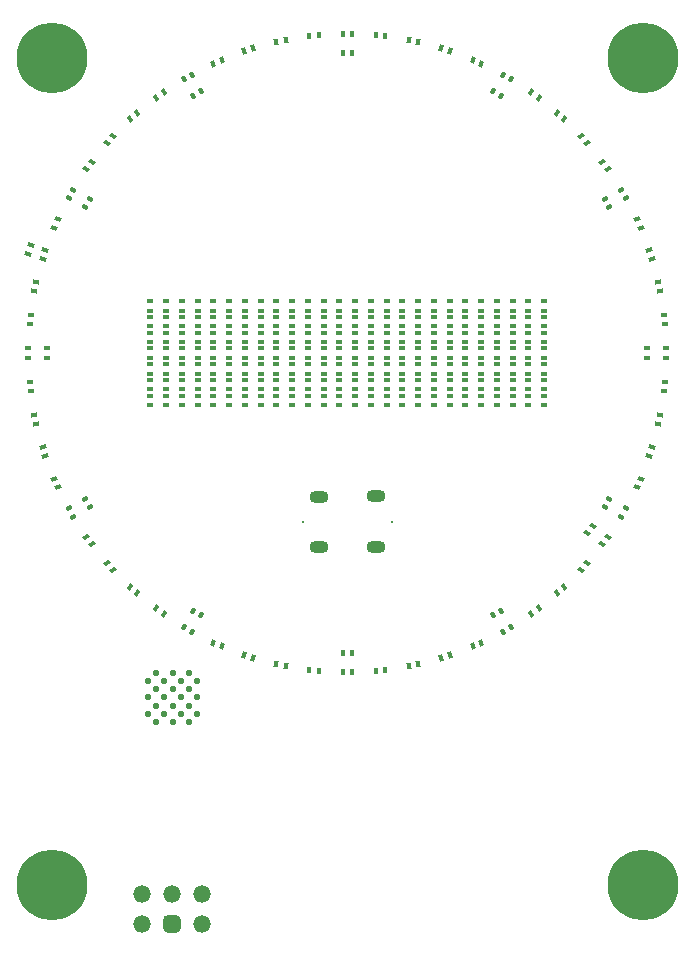
<source format=gbr>
%TF.GenerationSoftware,Altium Limited,Altium Designer,25.4.2 (15)*%
G04 Layer_Color=255*
%FSLAX45Y45*%
%MOMM*%
%TF.SameCoordinates,81630B90-A891-4B4D-9F54-97E9C8775566*%
%TF.FilePolarity,Positive*%
%TF.FileFunction,Pads,Top*%
%TF.Part,Single*%
G01*
G75*
%TA.AperFunction,SMDPad,CuDef*%
G04:AMPARAMS|DCode=12|XSize=0.35mm|YSize=0.55mm|CornerRadius=0.0175mm|HoleSize=0mm|Usage=FLASHONLY|Rotation=42.000|XOffset=0mm|YOffset=0mm|HoleType=Round|Shape=RoundedRectangle|*
%AMROUNDEDRECTD12*
21,1,0.35000,0.51500,0,0,42.0*
21,1,0.31500,0.55000,0,0,42.0*
1,1,0.03500,0.28935,-0.08597*
1,1,0.03500,0.05526,-0.29675*
1,1,0.03500,-0.28935,0.08597*
1,1,0.03500,-0.05526,0.29675*
%
%ADD12ROUNDEDRECTD12*%
G04:AMPARAMS|DCode=13|XSize=0.35mm|YSize=0.55mm|CornerRadius=0.0175mm|HoleSize=0mm|Usage=FLASHONLY|Rotation=48.000|XOffset=0mm|YOffset=0mm|HoleType=Round|Shape=RoundedRectangle|*
%AMROUNDEDRECTD13*
21,1,0.35000,0.51500,0,0,48.0*
21,1,0.31500,0.55000,0,0,48.0*
1,1,0.03500,0.29675,-0.05526*
1,1,0.03500,0.08597,-0.28935*
1,1,0.03500,-0.29675,0.05526*
1,1,0.03500,-0.08597,0.28935*
%
%ADD13ROUNDEDRECTD13*%
G04:AMPARAMS|DCode=14|XSize=0.35mm|YSize=0.55mm|CornerRadius=0.0175mm|HoleSize=0mm|Usage=FLASHONLY|Rotation=126.000|XOffset=0mm|YOffset=0mm|HoleType=Round|Shape=RoundedRectangle|*
%AMROUNDEDRECTD14*
21,1,0.35000,0.51500,0,0,126.0*
21,1,0.31500,0.55000,0,0,126.0*
1,1,0.03500,0.11575,0.27878*
1,1,0.03500,0.30090,0.02393*
1,1,0.03500,-0.11575,-0.27878*
1,1,0.03500,-0.30090,-0.02393*
%
%ADD14ROUNDEDRECTD14*%
G04:AMPARAMS|DCode=15|XSize=0.35mm|YSize=0.55mm|CornerRadius=0.0175mm|HoleSize=0mm|Usage=FLASHONLY|Rotation=132.000|XOffset=0mm|YOffset=0mm|HoleType=Round|Shape=RoundedRectangle|*
%AMROUNDEDRECTD15*
21,1,0.35000,0.51500,0,0,132.0*
21,1,0.31500,0.55000,0,0,132.0*
1,1,0.03500,0.08597,0.28935*
1,1,0.03500,0.29675,0.05526*
1,1,0.03500,-0.08597,-0.28935*
1,1,0.03500,-0.29675,-0.05526*
%
%ADD15ROUNDEDRECTD15*%
G04:AMPARAMS|DCode=16|XSize=0.35mm|YSize=0.55mm|CornerRadius=0.0175mm|HoleSize=0mm|Usage=FLASHONLY|Rotation=138.000|XOffset=0mm|YOffset=0mm|HoleType=Round|Shape=RoundedRectangle|*
%AMROUNDEDRECTD16*
21,1,0.35000,0.51500,0,0,138.0*
21,1,0.31500,0.55000,0,0,138.0*
1,1,0.03500,0.05526,0.29675*
1,1,0.03500,0.28935,0.08597*
1,1,0.03500,-0.05526,-0.29675*
1,1,0.03500,-0.28935,-0.08597*
%
%ADD16ROUNDEDRECTD16*%
G04:AMPARAMS|DCode=17|XSize=0.35mm|YSize=0.55mm|CornerRadius=0.0175mm|HoleSize=0mm|Usage=FLASHONLY|Rotation=270.000|XOffset=0mm|YOffset=0mm|HoleType=Round|Shape=RoundedRectangle|*
%AMROUNDEDRECTD17*
21,1,0.35000,0.51500,0,0,270.0*
21,1,0.31500,0.55000,0,0,270.0*
1,1,0.03500,-0.25750,-0.15750*
1,1,0.03500,-0.25750,0.15750*
1,1,0.03500,0.25750,0.15750*
1,1,0.03500,0.25750,-0.15750*
%
%ADD17ROUNDEDRECTD17*%
G04:AMPARAMS|DCode=18|XSize=0.35mm|YSize=0.55mm|CornerRadius=0.0175mm|HoleSize=0mm|Usage=FLASHONLY|Rotation=342.000|XOffset=0mm|YOffset=0mm|HoleType=Round|Shape=RoundedRectangle|*
%AMROUNDEDRECTD18*
21,1,0.35000,0.51500,0,0,342.0*
21,1,0.31500,0.55000,0,0,342.0*
1,1,0.03500,0.07022,-0.29357*
1,1,0.03500,-0.22936,-0.19623*
1,1,0.03500,-0.07022,0.29357*
1,1,0.03500,0.22936,0.19623*
%
%ADD18ROUNDEDRECTD18*%
G04:AMPARAMS|DCode=19|XSize=0.35mm|YSize=0.55mm|CornerRadius=0.0175mm|HoleSize=0mm|Usage=FLASHONLY|Rotation=150.000|XOffset=0mm|YOffset=0mm|HoleType=Round|Shape=RoundedRectangle|*
%AMROUNDEDRECTD19*
21,1,0.35000,0.51500,0,0,150.0*
21,1,0.31500,0.55000,0,0,150.0*
1,1,0.03500,-0.00765,0.30175*
1,1,0.03500,0.26515,0.14425*
1,1,0.03500,0.00765,-0.30175*
1,1,0.03500,-0.26515,-0.14425*
%
%ADD19ROUNDEDRECTD19*%
G04:AMPARAMS|DCode=20|XSize=0.35mm|YSize=0.55mm|CornerRadius=0.0175mm|HoleSize=0mm|Usage=FLASHONLY|Rotation=234.000|XOffset=0mm|YOffset=0mm|HoleType=Round|Shape=RoundedRectangle|*
%AMROUNDEDRECTD20*
21,1,0.35000,0.51500,0,0,234.0*
21,1,0.31500,0.55000,0,0,234.0*
1,1,0.03500,-0.30090,0.02393*
1,1,0.03500,-0.11575,0.27878*
1,1,0.03500,0.30090,-0.02393*
1,1,0.03500,0.11575,-0.27878*
%
%ADD20ROUNDEDRECTD20*%
G04:AMPARAMS|DCode=21|XSize=0.35mm|YSize=0.55mm|CornerRadius=0.0175mm|HoleSize=0mm|Usage=FLASHONLY|Rotation=240.000|XOffset=0mm|YOffset=0mm|HoleType=Round|Shape=RoundedRectangle|*
%AMROUNDEDRECTD21*
21,1,0.35000,0.51500,0,0,240.0*
21,1,0.31500,0.55000,0,0,240.0*
1,1,0.03500,-0.30175,-0.00765*
1,1,0.03500,-0.14425,0.26515*
1,1,0.03500,0.30175,0.00765*
1,1,0.03500,0.14425,-0.26515*
%
%ADD21ROUNDEDRECTD21*%
G04:AMPARAMS|DCode=22|XSize=0.35mm|YSize=0.55mm|CornerRadius=0.0175mm|HoleSize=0mm|Usage=FLASHONLY|Rotation=246.000|XOffset=0mm|YOffset=0mm|HoleType=Round|Shape=RoundedRectangle|*
%AMROUNDEDRECTD22*
21,1,0.35000,0.51500,0,0,246.0*
21,1,0.31500,0.55000,0,0,246.0*
1,1,0.03500,-0.29930,-0.03915*
1,1,0.03500,-0.17118,0.24862*
1,1,0.03500,0.29930,0.03915*
1,1,0.03500,0.17118,-0.24862*
%
%ADD22ROUNDEDRECTD22*%
G04:AMPARAMS|DCode=23|XSize=0.35mm|YSize=0.55mm|CornerRadius=0.0175mm|HoleSize=0mm|Usage=FLASHONLY|Rotation=120.000|XOffset=0mm|YOffset=0mm|HoleType=Round|Shape=RoundedRectangle|*
%AMROUNDEDRECTD23*
21,1,0.35000,0.51500,0,0,120.0*
21,1,0.31500,0.55000,0,0,120.0*
1,1,0.03500,0.14425,0.26515*
1,1,0.03500,0.30175,-0.00765*
1,1,0.03500,-0.14425,-0.26515*
1,1,0.03500,-0.30175,0.00765*
%
%ADD23ROUNDEDRECTD23*%
G04:AMPARAMS|DCode=24|XSize=0.35mm|YSize=0.55mm|CornerRadius=0.0175mm|HoleSize=0mm|Usage=FLASHONLY|Rotation=114.000|XOffset=0mm|YOffset=0mm|HoleType=Round|Shape=RoundedRectangle|*
%AMROUNDEDRECTD24*
21,1,0.35000,0.51500,0,0,114.0*
21,1,0.31500,0.55000,0,0,114.0*
1,1,0.03500,0.17118,0.24862*
1,1,0.03500,0.29930,-0.03915*
1,1,0.03500,-0.17118,-0.24862*
1,1,0.03500,-0.29930,0.03915*
%
%ADD24ROUNDEDRECTD24*%
G04:AMPARAMS|DCode=25|XSize=0.35mm|YSize=0.55mm|CornerRadius=0.0175mm|HoleSize=0mm|Usage=FLASHONLY|Rotation=120.000|XOffset=0mm|YOffset=0mm|HoleType=Round|Shape=RoundedRectangle|*
%AMROUNDEDRECTD25*
21,1,0.35000,0.51500,0,0,120.0*
21,1,0.31500,0.55000,0,0,120.0*
1,1,0.03500,0.14425,0.26515*
1,1,0.03500,0.30175,-0.00765*
1,1,0.03500,-0.14425,-0.26515*
1,1,0.03500,-0.30175,0.00765*
%
%ADD25ROUNDEDRECTD25*%
G04:AMPARAMS|DCode=26|XSize=0.35mm|YSize=0.55mm|CornerRadius=0.0175mm|HoleSize=0mm|Usage=FLASHONLY|Rotation=252.000|XOffset=0mm|YOffset=0mm|HoleType=Round|Shape=RoundedRectangle|*
%AMROUNDEDRECTD26*
21,1,0.35000,0.51500,0,0,252.0*
21,1,0.31500,0.55000,0,0,252.0*
1,1,0.03500,-0.29357,-0.07022*
1,1,0.03500,-0.19623,0.22936*
1,1,0.03500,0.29357,0.07022*
1,1,0.03500,0.19623,-0.22936*
%
%ADD26ROUNDEDRECTD26*%
G04:AMPARAMS|DCode=27|XSize=0.35mm|YSize=0.55mm|CornerRadius=0.0175mm|HoleSize=0mm|Usage=FLASHONLY|Rotation=252.000|XOffset=0mm|YOffset=0mm|HoleType=Round|Shape=RoundedRectangle|*
%AMROUNDEDRECTD27*
21,1,0.35000,0.51500,0,0,252.0*
21,1,0.31500,0.55000,0,0,252.0*
1,1,0.03500,-0.29357,-0.07022*
1,1,0.03500,-0.19623,0.22936*
1,1,0.03500,0.29357,0.07022*
1,1,0.03500,0.19623,-0.22936*
%
%ADD27ROUNDEDRECTD27*%
G04:AMPARAMS|DCode=28|XSize=0.35mm|YSize=0.55mm|CornerRadius=0.0175mm|HoleSize=0mm|Usage=FLASHONLY|Rotation=258.000|XOffset=0mm|YOffset=0mm|HoleType=Round|Shape=RoundedRectangle|*
%AMROUNDEDRECTD28*
21,1,0.35000,0.51500,0,0,258.0*
21,1,0.31500,0.55000,0,0,258.0*
1,1,0.03500,-0.28462,-0.10052*
1,1,0.03500,-0.21913,0.20760*
1,1,0.03500,0.28462,0.10052*
1,1,0.03500,0.21913,-0.20760*
%
%ADD28ROUNDEDRECTD28*%
G04:AMPARAMS|DCode=29|XSize=0.35mm|YSize=0.55mm|CornerRadius=0.0175mm|HoleSize=0mm|Usage=FLASHONLY|Rotation=108.000|XOffset=0mm|YOffset=0mm|HoleType=Round|Shape=RoundedRectangle|*
%AMROUNDEDRECTD29*
21,1,0.35000,0.51500,0,0,108.0*
21,1,0.31500,0.55000,0,0,108.0*
1,1,0.03500,0.19623,0.22936*
1,1,0.03500,0.29357,-0.07022*
1,1,0.03500,-0.19623,-0.22936*
1,1,0.03500,-0.29357,0.07022*
%
%ADD29ROUNDEDRECTD29*%
G04:AMPARAMS|DCode=30|XSize=0.35mm|YSize=0.55mm|CornerRadius=0.0175mm|HoleSize=0mm|Usage=FLASHONLY|Rotation=96.000|XOffset=0mm|YOffset=0mm|HoleType=Round|Shape=RoundedRectangle|*
%AMROUNDEDRECTD30*
21,1,0.35000,0.51500,0,0,96.0*
21,1,0.31500,0.55000,0,0,96.0*
1,1,0.03500,0.23963,0.18355*
1,1,0.03500,0.27255,-0.12972*
1,1,0.03500,-0.23963,-0.18355*
1,1,0.03500,-0.27255,0.12972*
%
%ADD30ROUNDEDRECTD30*%
G04:AMPARAMS|DCode=31|XSize=0.35mm|YSize=0.55mm|CornerRadius=0.0175mm|HoleSize=0mm|Usage=FLASHONLY|Rotation=102.000|XOffset=0mm|YOffset=0mm|HoleType=Round|Shape=RoundedRectangle|*
%AMROUNDEDRECTD31*
21,1,0.35000,0.51500,0,0,102.0*
21,1,0.31500,0.55000,0,0,102.0*
1,1,0.03500,0.21913,0.20760*
1,1,0.03500,0.28462,-0.10052*
1,1,0.03500,-0.21913,-0.20760*
1,1,0.03500,-0.28462,0.10052*
%
%ADD31ROUNDEDRECTD31*%
G04:AMPARAMS|DCode=32|XSize=0.35mm|YSize=0.55mm|CornerRadius=0.0175mm|HoleSize=0mm|Usage=FLASHONLY|Rotation=264.000|XOffset=0mm|YOffset=0mm|HoleType=Round|Shape=RoundedRectangle|*
%AMROUNDEDRECTD32*
21,1,0.35000,0.51500,0,0,264.0*
21,1,0.31500,0.55000,0,0,264.0*
1,1,0.03500,-0.27255,-0.12972*
1,1,0.03500,-0.23963,0.18355*
1,1,0.03500,0.27255,0.12972*
1,1,0.03500,0.23963,-0.18355*
%
%ADD32ROUNDEDRECTD32*%
G04:AMPARAMS|DCode=33|XSize=0.35mm|YSize=0.55mm|CornerRadius=0.0175mm|HoleSize=0mm|Usage=FLASHONLY|Rotation=36.000|XOffset=0mm|YOffset=0mm|HoleType=Round|Shape=RoundedRectangle|*
%AMROUNDEDRECTD33*
21,1,0.35000,0.51500,0,0,36.0*
21,1,0.31500,0.55000,0,0,36.0*
1,1,0.03500,0.27878,-0.11575*
1,1,0.03500,0.02393,-0.30090*
1,1,0.03500,-0.27878,0.11575*
1,1,0.03500,-0.02393,0.30090*
%
%ADD33ROUNDEDRECTD33*%
G04:AMPARAMS|DCode=34|XSize=0.35mm|YSize=0.55mm|CornerRadius=0.0175mm|HoleSize=0mm|Usage=FLASHONLY|Rotation=30.000|XOffset=0mm|YOffset=0mm|HoleType=Round|Shape=RoundedRectangle|*
%AMROUNDEDRECTD34*
21,1,0.35000,0.51500,0,0,30.0*
21,1,0.31500,0.55000,0,0,30.0*
1,1,0.03500,0.26515,-0.14425*
1,1,0.03500,-0.00765,-0.30175*
1,1,0.03500,-0.26515,0.14425*
1,1,0.03500,0.00765,0.30175*
%
%ADD34ROUNDEDRECTD34*%
G04:AMPARAMS|DCode=35|XSize=0.35mm|YSize=0.55mm|CornerRadius=0.0175mm|HoleSize=0mm|Usage=FLASHONLY|Rotation=24.000|XOffset=0mm|YOffset=0mm|HoleType=Round|Shape=RoundedRectangle|*
%AMROUNDEDRECTD35*
21,1,0.35000,0.51500,0,0,24.0*
21,1,0.31500,0.55000,0,0,24.0*
1,1,0.03500,0.24862,-0.17118*
1,1,0.03500,-0.03915,-0.29930*
1,1,0.03500,-0.24862,0.17118*
1,1,0.03500,0.03915,0.29930*
%
%ADD35ROUNDEDRECTD35*%
G04:AMPARAMS|DCode=36|XSize=0.35mm|YSize=0.55mm|CornerRadius=0.0175mm|HoleSize=0mm|Usage=FLASHONLY|Rotation=18.000|XOffset=0mm|YOffset=0mm|HoleType=Round|Shape=RoundedRectangle|*
%AMROUNDEDRECTD36*
21,1,0.35000,0.51500,0,0,18.0*
21,1,0.31500,0.55000,0,0,18.0*
1,1,0.03500,0.22936,-0.19623*
1,1,0.03500,-0.07022,-0.29357*
1,1,0.03500,-0.22936,0.19623*
1,1,0.03500,0.07022,0.29357*
%
%ADD36ROUNDEDRECTD36*%
G04:AMPARAMS|DCode=37|XSize=0.35mm|YSize=0.55mm|CornerRadius=0.0175mm|HoleSize=0mm|Usage=FLASHONLY|Rotation=12.000|XOffset=0mm|YOffset=0mm|HoleType=Round|Shape=RoundedRectangle|*
%AMROUNDEDRECTD37*
21,1,0.35000,0.51500,0,0,12.0*
21,1,0.31500,0.55000,0,0,12.0*
1,1,0.03500,0.20760,-0.21913*
1,1,0.03500,-0.10052,-0.28462*
1,1,0.03500,-0.20760,0.21913*
1,1,0.03500,0.10052,0.28462*
%
%ADD37ROUNDEDRECTD37*%
G04:AMPARAMS|DCode=38|XSize=0.35mm|YSize=0.55mm|CornerRadius=0.0175mm|HoleSize=0mm|Usage=FLASHONLY|Rotation=6.000|XOffset=0mm|YOffset=0mm|HoleType=Round|Shape=RoundedRectangle|*
%AMROUNDEDRECTD38*
21,1,0.35000,0.51500,0,0,6.0*
21,1,0.31500,0.55000,0,0,6.0*
1,1,0.03500,0.18355,-0.23963*
1,1,0.03500,-0.12972,-0.27255*
1,1,0.03500,-0.18355,0.23963*
1,1,0.03500,0.12972,0.27255*
%
%ADD38ROUNDEDRECTD38*%
G04:AMPARAMS|DCode=39|XSize=0.35mm|YSize=0.55mm|CornerRadius=0.0175mm|HoleSize=0mm|Usage=FLASHONLY|Rotation=0.000|XOffset=0mm|YOffset=0mm|HoleType=Round|Shape=RoundedRectangle|*
%AMROUNDEDRECTD39*
21,1,0.35000,0.51500,0,0,0.0*
21,1,0.31500,0.55000,0,0,0.0*
1,1,0.03500,0.15750,-0.25750*
1,1,0.03500,-0.15750,-0.25750*
1,1,0.03500,-0.15750,0.25750*
1,1,0.03500,0.15750,0.25750*
%
%ADD39ROUNDEDRECTD39*%
G04:AMPARAMS|DCode=40|XSize=0.35mm|YSize=0.55mm|CornerRadius=0.0175mm|HoleSize=0mm|Usage=FLASHONLY|Rotation=354.000|XOffset=0mm|YOffset=0mm|HoleType=Round|Shape=RoundedRectangle|*
%AMROUNDEDRECTD40*
21,1,0.35000,0.51500,0,0,354.0*
21,1,0.31500,0.55000,0,0,354.0*
1,1,0.03500,0.12972,-0.27255*
1,1,0.03500,-0.18355,-0.23963*
1,1,0.03500,-0.12972,0.27255*
1,1,0.03500,0.18355,0.23963*
%
%ADD40ROUNDEDRECTD40*%
G04:AMPARAMS|DCode=41|XSize=0.35mm|YSize=0.55mm|CornerRadius=0.0175mm|HoleSize=0mm|Usage=FLASHONLY|Rotation=348.000|XOffset=0mm|YOffset=0mm|HoleType=Round|Shape=RoundedRectangle|*
%AMROUNDEDRECTD41*
21,1,0.35000,0.51500,0,0,348.0*
21,1,0.31500,0.55000,0,0,348.0*
1,1,0.03500,0.10052,-0.28462*
1,1,0.03500,-0.20760,-0.21913*
1,1,0.03500,-0.10052,0.28462*
1,1,0.03500,0.20760,0.21913*
%
%ADD41ROUNDEDRECTD41*%
G04:AMPARAMS|DCode=42|XSize=0.35mm|YSize=0.55mm|CornerRadius=0.0175mm|HoleSize=0mm|Usage=FLASHONLY|Rotation=336.000|XOffset=0mm|YOffset=0mm|HoleType=Round|Shape=RoundedRectangle|*
%AMROUNDEDRECTD42*
21,1,0.35000,0.51500,0,0,336.0*
21,1,0.31500,0.55000,0,0,336.0*
1,1,0.03500,0.03915,-0.29930*
1,1,0.03500,-0.24862,-0.17118*
1,1,0.03500,-0.03915,0.29930*
1,1,0.03500,0.24862,0.17118*
%
%ADD42ROUNDEDRECTD42*%
G04:AMPARAMS|DCode=43|XSize=0.35mm|YSize=0.55mm|CornerRadius=0.0175mm|HoleSize=0mm|Usage=FLASHONLY|Rotation=324.000|XOffset=0mm|YOffset=0mm|HoleType=Round|Shape=RoundedRectangle|*
%AMROUNDEDRECTD43*
21,1,0.35000,0.51500,0,0,324.0*
21,1,0.31500,0.55000,0,0,324.0*
1,1,0.03500,-0.02393,-0.30090*
1,1,0.03500,-0.27878,-0.11575*
1,1,0.03500,0.02393,0.30090*
1,1,0.03500,0.27878,0.11575*
%
%ADD43ROUNDEDRECTD43*%
G04:AMPARAMS|DCode=44|XSize=0.35mm|YSize=0.55mm|CornerRadius=0.0175mm|HoleSize=0mm|Usage=FLASHONLY|Rotation=150.000|XOffset=0mm|YOffset=0mm|HoleType=Round|Shape=RoundedRectangle|*
%AMROUNDEDRECTD44*
21,1,0.35000,0.51500,0,0,150.0*
21,1,0.31500,0.55000,0,0,150.0*
1,1,0.03500,-0.00765,0.30175*
1,1,0.03500,0.26515,0.14425*
1,1,0.03500,0.00765,-0.30175*
1,1,0.03500,-0.26515,-0.14425*
%
%ADD44ROUNDEDRECTD44*%
%TA.AperFunction,ComponentPad*%
%ADD49C,0.56000*%
G04:AMPARAMS|DCode=50|XSize=1.5mm|YSize=1.45mm|CornerRadius=0.3625mm|HoleSize=0mm|Usage=FLASHONLY|Rotation=180.000|XOffset=0mm|YOffset=0mm|HoleType=Round|Shape=RoundedRectangle|*
%AMROUNDEDRECTD50*
21,1,1.50000,0.72500,0,0,180.0*
21,1,0.77500,1.45000,0,0,180.0*
1,1,0.72500,-0.38750,0.36250*
1,1,0.72500,0.38750,0.36250*
1,1,0.72500,0.38750,-0.36250*
1,1,0.72500,-0.38750,-0.36250*
%
%ADD50ROUNDEDRECTD50*%
%ADD51O,1.50000X1.45000*%
%ADD52O,1.60000X1.10000*%
%ADD53C,0.32500*%
%TA.AperFunction,WasherPad*%
%ADD54C,6.00000*%
D12*
X4776927Y2966744D02*
D03*
X4836378Y3020274D02*
D03*
X1163622Y6979725D02*
D03*
X1223073Y7033256D02*
D03*
D13*
X4979726Y3163622D02*
D03*
X5033256Y3223073D02*
D03*
X966744Y6776927D02*
D03*
X1020275Y6836378D02*
D03*
D14*
X5160834Y6619380D02*
D03*
X839166Y3380620D02*
D03*
X5207857Y6554659D02*
D03*
X792143Y3445340D02*
D03*
D15*
X4979726Y6836378D02*
D03*
X1020274Y3163622D02*
D03*
X966744Y3223073D02*
D03*
X5033256Y6776927D02*
D03*
D16*
X4776927Y7033256D02*
D03*
X1223073Y2966744D02*
D03*
X1163622Y3020274D02*
D03*
X4836378Y6979726D02*
D03*
D17*
X4666626Y5359990D02*
D03*
X4533296D02*
D03*
X4399966D02*
D03*
X4133306D02*
D03*
X3999977D02*
D03*
X4266636D02*
D03*
X3866647D02*
D03*
X3733317D02*
D03*
X3466657D02*
D03*
X3599987D02*
D03*
X3199997D02*
D03*
X3066667D02*
D03*
X3333327D02*
D03*
X3599986Y4640010D02*
D03*
X1866697D02*
D03*
X3599986Y4773340D02*
D03*
X1866697D02*
D03*
X3599986Y4906670D02*
D03*
X1866697D02*
D03*
X3599986Y5040000D02*
D03*
X1866697D02*
D03*
X3599987Y5173330D02*
D03*
X1866697D02*
D03*
X3599987Y5306660D02*
D03*
X1866697Y5306700D02*
D03*
X3599987Y5439990D02*
D03*
X1866697D02*
D03*
X2933337Y5359990D02*
D03*
X2800007D02*
D03*
X2666677D02*
D03*
X2533347D02*
D03*
X2400017D02*
D03*
X2266687D02*
D03*
X2133357D02*
D03*
X2000027D02*
D03*
X1866697D02*
D03*
X1733367D02*
D03*
X1600037D02*
D03*
X1466707D02*
D03*
X1333377D02*
D03*
X2933336Y5226660D02*
D03*
X2800006Y5226700D02*
D03*
X2666676D02*
D03*
X2533346D02*
D03*
X2400016D02*
D03*
X2266686D02*
D03*
X2133356D02*
D03*
X2000026D02*
D03*
X1866697D02*
D03*
X1733367D02*
D03*
X1600037D02*
D03*
X1466707D02*
D03*
X1333377Y5226660D02*
D03*
X4666626D02*
D03*
X4533296D02*
D03*
X4399966D02*
D03*
X3999977D02*
D03*
X3866647D02*
D03*
X4133306D02*
D03*
X3599987D02*
D03*
X3733317D02*
D03*
X4266636D02*
D03*
X3466657D02*
D03*
X3333327D02*
D03*
X3066667D02*
D03*
X3199997D02*
D03*
X2933336Y5093330D02*
D03*
X2800006D02*
D03*
X2666676D02*
D03*
X2533346D02*
D03*
X2400016D02*
D03*
X2266686D02*
D03*
X2133356D02*
D03*
X2000026D02*
D03*
X1866697D02*
D03*
X1733367D02*
D03*
X1600037D02*
D03*
X1466707D02*
D03*
X1333377D02*
D03*
X4666626D02*
D03*
X4533296D02*
D03*
X3999977D02*
D03*
X3866647D02*
D03*
X4133306D02*
D03*
X3599987D02*
D03*
X3466657D02*
D03*
X3733317D02*
D03*
X4399966D02*
D03*
X4266636D02*
D03*
X3333327D02*
D03*
X3199997D02*
D03*
X3066667D02*
D03*
X300000Y4960000D02*
D03*
X460000D02*
D03*
X2933336Y4960000D02*
D03*
X2800006D02*
D03*
X2666676D02*
D03*
X2533346D02*
D03*
X2400016D02*
D03*
X2266686D02*
D03*
X2133356D02*
D03*
X2000026D02*
D03*
X1866697D02*
D03*
X1733367D02*
D03*
X1600037D02*
D03*
X1466707D02*
D03*
X1333377D02*
D03*
X5700000Y5040000D02*
D03*
X5540000D02*
D03*
X4666625Y4960000D02*
D03*
X4533295D02*
D03*
X4399965D02*
D03*
X3999975D02*
D03*
X3866646D02*
D03*
X4133305D02*
D03*
X3599986D02*
D03*
X3733316D02*
D03*
X4266635D02*
D03*
X3466656D02*
D03*
X3333327D02*
D03*
X3066666D02*
D03*
X3199997D02*
D03*
X2933336Y4826670D02*
D03*
X2800006D02*
D03*
X2666676D02*
D03*
X2533346D02*
D03*
X2400016D02*
D03*
X2266686D02*
D03*
X2133356D02*
D03*
X2000026D02*
D03*
X1866697D02*
D03*
X1733367D02*
D03*
X1600037D02*
D03*
X1466707D02*
D03*
X1333377D02*
D03*
X4666625D02*
D03*
X4533295D02*
D03*
X4399965D02*
D03*
X3999975D02*
D03*
X3866646D02*
D03*
X4133305D02*
D03*
X3599986D02*
D03*
X3733316D02*
D03*
X4266635D02*
D03*
X3466656D02*
D03*
X3333327D02*
D03*
X3066666D02*
D03*
X3199997D02*
D03*
X2933336Y4693340D02*
D03*
X2800006D02*
D03*
X2666676D02*
D03*
X2533346D02*
D03*
X2400016D02*
D03*
X2266686D02*
D03*
X2133356D02*
D03*
X2000026D02*
D03*
X1866697D02*
D03*
X1733367D02*
D03*
X1600037D02*
D03*
X1466707D02*
D03*
X1333377D02*
D03*
X4666625D02*
D03*
X4533295D02*
D03*
X4399965D02*
D03*
X4133305D02*
D03*
X3999975D02*
D03*
X4266635D02*
D03*
X3866646D02*
D03*
X3733316D02*
D03*
X3466656D02*
D03*
X3599986D02*
D03*
X3199997D02*
D03*
X3066666D02*
D03*
X3333327D02*
D03*
X2933336Y4560010D02*
D03*
X2800006D02*
D03*
X2666676D02*
D03*
X2533346D02*
D03*
X2400016D02*
D03*
X2266686D02*
D03*
X2133356D02*
D03*
X2000026D02*
D03*
X1866697D02*
D03*
X1733367D02*
D03*
X1600037D02*
D03*
X1466707D02*
D03*
X1333377D02*
D03*
X4666625D02*
D03*
X4533295D02*
D03*
X3999975D02*
D03*
X3866646D02*
D03*
X4133305D02*
D03*
X3599986D02*
D03*
X3466656D02*
D03*
X3733316D02*
D03*
X4399965D02*
D03*
X4266635D02*
D03*
X3333327D02*
D03*
X3199997D02*
D03*
X3066666D02*
D03*
Y4640010D02*
D03*
X1333377D02*
D03*
X3066666Y4773340D02*
D03*
X1333377D02*
D03*
X3066666Y4906670D02*
D03*
X1333377D02*
D03*
X3066666Y5040000D02*
D03*
X1333377D02*
D03*
X3066667Y5173330D02*
D03*
X1333377D02*
D03*
X3066667Y5306660D02*
D03*
X1333377D02*
D03*
X3066667Y5439990D02*
D03*
X1333377D02*
D03*
X3199997Y4640010D02*
D03*
Y4773340D02*
D03*
Y4906670D02*
D03*
Y5040000D02*
D03*
Y5173330D02*
D03*
Y5306660D02*
D03*
Y5439990D02*
D03*
X1466707Y4640010D02*
D03*
Y4773340D02*
D03*
Y4906670D02*
D03*
Y5040000D02*
D03*
Y5173330D02*
D03*
Y5306700D02*
D03*
X1466707Y5439990D02*
D03*
X3333327Y4640010D02*
D03*
X1600037D02*
D03*
X3333327Y4773340D02*
D03*
X1600037D02*
D03*
X3333327Y4906670D02*
D03*
X1600037D02*
D03*
X3333327Y5040000D02*
D03*
X1600037D02*
D03*
X3333327Y5173330D02*
D03*
X1600037D02*
D03*
X3333327Y5306660D02*
D03*
X1600037Y5306700D02*
D03*
X3333327Y5439990D02*
D03*
X1600037D02*
D03*
X3466656Y4640010D02*
D03*
X1733367D02*
D03*
X3466656Y4773340D02*
D03*
X1733367D02*
D03*
X3466656Y4906670D02*
D03*
X1733367D02*
D03*
X3466656Y5040000D02*
D03*
X1733367D02*
D03*
X3466657Y5173330D02*
D03*
X1733367D02*
D03*
X3466657Y5306660D02*
D03*
X1733367Y5306700D02*
D03*
X3466657Y5439990D02*
D03*
X1733367D02*
D03*
X3733316Y4640010D02*
D03*
X2000026D02*
D03*
X3733316Y4773340D02*
D03*
X2000026D02*
D03*
X3733316Y4906670D02*
D03*
X2000026D02*
D03*
X3733316Y5040000D02*
D03*
X2000026D02*
D03*
X3733317Y5173330D02*
D03*
X2000026D02*
D03*
X3733317Y5306660D02*
D03*
X2000026Y5306700D02*
D03*
X3733317Y5439990D02*
D03*
X2000027D02*
D03*
X3866646Y4640010D02*
D03*
X2133356D02*
D03*
X3866646Y4773340D02*
D03*
X2133356D02*
D03*
X3866646Y4906670D02*
D03*
X2133356D02*
D03*
X3866646Y5040000D02*
D03*
X2133356D02*
D03*
X3866647Y5173330D02*
D03*
X2133356D02*
D03*
X3866647Y5306660D02*
D03*
X2133356Y5306700D02*
D03*
X3866647Y5439990D02*
D03*
X2133357D02*
D03*
X3999975Y4640010D02*
D03*
X2266686D02*
D03*
X3999975Y4773340D02*
D03*
X2266686D02*
D03*
X3999975Y4906670D02*
D03*
X2266686D02*
D03*
X3999975Y5040000D02*
D03*
X2266686D02*
D03*
X3999977Y5173330D02*
D03*
X2266686D02*
D03*
X3999977Y5306660D02*
D03*
X2266686Y5306700D02*
D03*
X3999977Y5439990D02*
D03*
X2266687D02*
D03*
X4133305Y4640010D02*
D03*
X2400016D02*
D03*
X4133305Y4773340D02*
D03*
X2400016D02*
D03*
X4133305Y4906670D02*
D03*
X2400016D02*
D03*
X4133305Y5040000D02*
D03*
X2400016D02*
D03*
X4133306Y5173330D02*
D03*
X2400016D02*
D03*
X4133306Y5306660D02*
D03*
X2400016Y5306700D02*
D03*
X4133306Y5439990D02*
D03*
X2400017D02*
D03*
X4266635Y4640010D02*
D03*
X2533346D02*
D03*
X4266635Y4773340D02*
D03*
X2533346D02*
D03*
X4266635Y4906670D02*
D03*
X2533346D02*
D03*
X4266635Y5040000D02*
D03*
X2533346D02*
D03*
X4266636Y5173330D02*
D03*
X2533346D02*
D03*
X4266636Y5306660D02*
D03*
X2533346Y5306700D02*
D03*
X4266636Y5439990D02*
D03*
X2533347D02*
D03*
X4399965Y4640010D02*
D03*
X2666676D02*
D03*
X4399965Y4773340D02*
D03*
X2666676D02*
D03*
X4399965Y4906670D02*
D03*
X2666676D02*
D03*
X4399965Y5040000D02*
D03*
X2666676D02*
D03*
X4399966Y5173330D02*
D03*
X2666676D02*
D03*
X4399966Y5306660D02*
D03*
X2666676Y5306700D02*
D03*
X4399966Y5439990D02*
D03*
X2666677D02*
D03*
X4533295Y4640010D02*
D03*
X2800006D02*
D03*
X4533295Y4773340D02*
D03*
X2800006D02*
D03*
X4533295Y4906670D02*
D03*
X2800006D02*
D03*
X4533295Y5040000D02*
D03*
X2800006D02*
D03*
X4533296Y5173330D02*
D03*
X2800006D02*
D03*
X4533296Y5306660D02*
D03*
X2800006Y5306700D02*
D03*
X4533296Y5439990D02*
D03*
X2800007D02*
D03*
X4666625Y4640010D02*
D03*
X2933336D02*
D03*
X4666625Y4773340D02*
D03*
X2933336D02*
D03*
X4666625Y4906670D02*
D03*
X2933336D02*
D03*
X4666625Y5040000D02*
D03*
X2933336D02*
D03*
X4666626Y5173330D02*
D03*
X2933336D02*
D03*
X4666626Y5306660D02*
D03*
X2933336D02*
D03*
X4666626Y5439990D02*
D03*
X2933337D02*
D03*
X460000Y5040000D02*
D03*
X5540000Y4960000D02*
D03*
X300000Y5040000D02*
D03*
X5700000Y4960000D02*
D03*
D18*
X2127612Y2444508D02*
D03*
X2203697Y2419787D02*
D03*
X3796305Y7580214D02*
D03*
X3872387Y7555491D02*
D03*
D19*
X4384642Y7318268D02*
D03*
X1764641Y2780295D02*
D03*
X1684641Y2641731D02*
D03*
X4315358Y7358269D02*
D03*
X1615359Y2681733D02*
D03*
X1695359Y2820296D02*
D03*
D20*
X792143Y6554659D02*
D03*
X5207857Y3445340D02*
D03*
X5078415Y3539386D02*
D03*
X5160835Y3380619D02*
D03*
X839166Y6619380D02*
D03*
X5031392Y3474664D02*
D03*
D21*
X641732Y6315359D02*
D03*
X780296Y6235358D02*
D03*
X5358269Y3684641D02*
D03*
X5219705Y3764641D02*
D03*
X5179705Y3695359D02*
D03*
X820295Y6304642D02*
D03*
X5318269Y3615359D02*
D03*
X681732Y6384641D02*
D03*
D22*
X517159Y6061647D02*
D03*
X5482841Y3938353D02*
D03*
X5450304Y3865269D02*
D03*
X549697Y6134731D02*
D03*
D23*
X5318269Y6384642D02*
D03*
X681731Y3615359D02*
D03*
X820296Y3695359D02*
D03*
X780296Y3764641D02*
D03*
X641732Y3684641D02*
D03*
X5358268Y6315357D02*
D03*
D24*
X5450304Y6134730D02*
D03*
X549697Y3865269D02*
D03*
X5482841Y6061647D02*
D03*
X517159Y3938353D02*
D03*
D25*
X5179704Y6304641D02*
D03*
X5219705Y6235359D02*
D03*
D26*
X419787Y5796304D02*
D03*
X5580213Y4203696D02*
D03*
X5555492Y4127612D02*
D03*
X444508Y5872387D02*
D03*
D27*
X296409Y5836000D02*
D03*
X321129Y5912083D02*
D03*
D28*
X350685Y5522235D02*
D03*
X5649314Y4477764D02*
D03*
X367318Y5600488D02*
D03*
X5632682Y4399513D02*
D03*
D29*
X5555492Y5872388D02*
D03*
X444508Y4127612D02*
D03*
X419787Y4203696D02*
D03*
X5580213Y5796304D02*
D03*
D30*
X5681027Y5322008D02*
D03*
X318972Y4677992D02*
D03*
X5689391Y5242446D02*
D03*
X310610Y4757554D02*
D03*
D31*
X5632682Y5600487D02*
D03*
X367318Y4399512D02*
D03*
X350686Y4477764D02*
D03*
X5649315Y5522236D02*
D03*
D32*
X310611Y5242446D02*
D03*
X5689390Y4757554D02*
D03*
X5681028Y4677992D02*
D03*
X318972Y5322008D02*
D03*
D33*
X4619381Y2839166D02*
D03*
X1380621Y7160835D02*
D03*
X4554659Y2792143D02*
D03*
X1445340Y7207856D02*
D03*
D34*
X4304642Y2820295D02*
D03*
X4384641Y2681732D02*
D03*
X1695359Y7179705D02*
D03*
X1615359Y7318269D02*
D03*
X4315358Y2641731D02*
D03*
X1684642Y7358268D02*
D03*
X4235359Y2780295D02*
D03*
X1764641Y7219704D02*
D03*
D35*
X4134731Y2549696D02*
D03*
X1865270Y7450303D02*
D03*
X1938352Y7482842D02*
D03*
X4061647Y2517159D02*
D03*
D36*
X3872387Y2444508D02*
D03*
X2127612Y7555492D02*
D03*
X2203697Y7580212D02*
D03*
X3796305Y2419787D02*
D03*
D37*
X3600488Y2367318D02*
D03*
X2399513Y7632682D02*
D03*
X2477764Y7649315D02*
D03*
X3522236Y2350685D02*
D03*
D38*
X3322007Y2318972D02*
D03*
X2677992Y7681027D02*
D03*
X3242446Y2310610D02*
D03*
X2757555Y7689391D02*
D03*
D39*
X3040000Y2460000D02*
D03*
X3040000Y2300000D02*
D03*
X2959999Y7540000D02*
D03*
X2960000Y7700000D02*
D03*
X2960000Y2300000D02*
D03*
X2960000Y2460000D02*
D03*
X3040000Y7699999D02*
D03*
X3040001Y7540000D02*
D03*
D40*
X2757555Y2310610D02*
D03*
X3242446Y7689390D02*
D03*
X3322008Y7681027D02*
D03*
X2677992Y2318972D02*
D03*
D41*
X2477765Y2350685D02*
D03*
X3522236Y7649314D02*
D03*
X3600487Y7632682D02*
D03*
X2399512Y2367318D02*
D03*
D42*
X1938353Y2517160D02*
D03*
X4061647Y7482843D02*
D03*
X1865270Y2549695D02*
D03*
X4134731Y7450302D02*
D03*
D43*
X1445341Y2792144D02*
D03*
X4554660Y7207857D02*
D03*
X1380620Y2839165D02*
D03*
X4619381Y7160835D02*
D03*
D44*
X4235359Y7219705D02*
D03*
X4304641Y7179703D02*
D03*
D49*
X1521080Y2295480D02*
D03*
X1381080D02*
D03*
X1731080Y2225480D02*
D03*
X1661080Y2295480D02*
D03*
Y2155480D02*
D03*
X1591080Y2225480D02*
D03*
Y2085480D02*
D03*
X1731080D02*
D03*
X1661080Y2015480D02*
D03*
X1731080Y1945480D02*
D03*
X1661080Y1875480D02*
D03*
X1591080Y1945480D02*
D03*
X1451080Y2225480D02*
D03*
X1381080Y2155480D02*
D03*
X1521080D02*
D03*
X1451080Y2085480D02*
D03*
X1311080Y2225480D02*
D03*
Y2085480D02*
D03*
X1521080Y2015480D02*
D03*
X1381080D02*
D03*
X1521080Y1875480D02*
D03*
X1451080Y1945480D02*
D03*
X1311080D02*
D03*
X1381080Y1875480D02*
D03*
D50*
X1520000Y163496D02*
D03*
D51*
Y417496D02*
D03*
X1774000D02*
D03*
X1266000Y163496D02*
D03*
X1774000D02*
D03*
X1266000Y417496D02*
D03*
D52*
X3240000Y3787200D02*
D03*
X2760000Y3784700D02*
D03*
X3240000Y3359700D02*
D03*
X2760000D02*
D03*
D53*
X3375000Y3572200D02*
D03*
X2625000D02*
D03*
D54*
X500000Y500000D02*
D03*
X5500000D02*
D03*
Y7500000D02*
D03*
X500000D02*
D03*
%TF.MD5,f0bb63ebbd602715f7a4b99a73a6c916*%
M02*

</source>
